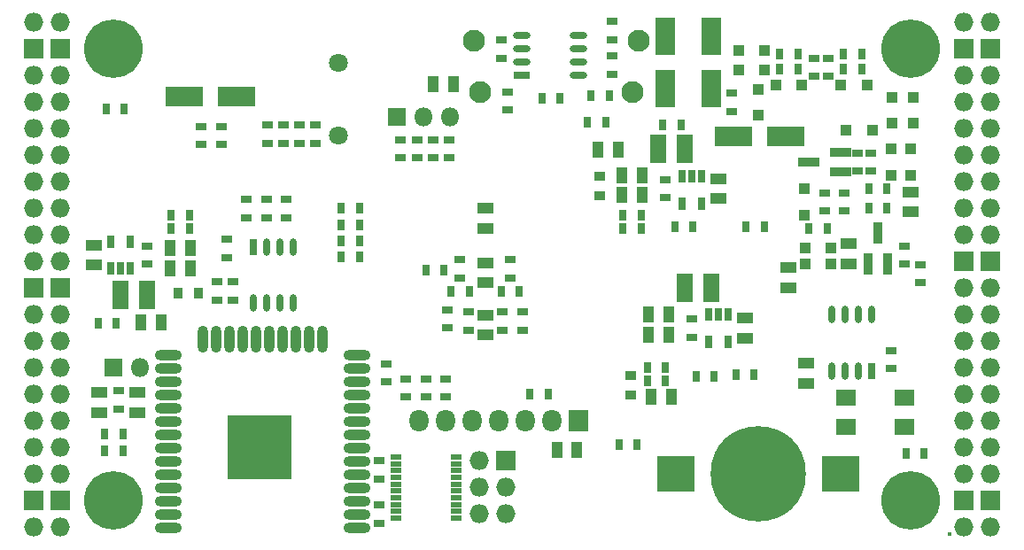
<source format=gbs>
G04 #@! TF.GenerationSoftware,KiCad,Pcbnew,5.0.0-rc2-dev-unknown+dfsg1+20180318-2*
G04 #@! TF.CreationDate,2018-05-20T22:20:08+02:00*
G04 #@! TF.ProjectId,ulx3s,756C7833732E6B696361645F70636200,rev?*
G04 #@! TF.SameCoordinates,Original*
G04 #@! TF.FileFunction,Soldermask,Bot*
G04 #@! TF.FilePolarity,Negative*
%FSLAX46Y46*%
G04 Gerber Fmt 4.6, Leading zero omitted, Abs format (unit mm)*
G04 Created by KiCad (PCBNEW 5.0.0-rc2-dev-unknown+dfsg1+20180318-2) date Sun May 20 22:20:08 2018*
%MOMM*%
%LPD*%
G01*
G04 APERTURE LIST*
%ADD10R,1.600000X2.800000*%
%ADD11O,1.827200X1.827200*%
%ADD12R,1.827200X1.827200*%
%ADD13R,0.800000X1.300000*%
%ADD14C,5.600000*%
%ADD15R,1.100000X0.500000*%
%ADD16R,1.827200X2.132000*%
%ADD17O,1.827200X2.132000*%
%ADD18R,3.600000X3.400000*%
%ADD19C,9.100000*%
%ADD20C,1.800000*%
%ADD21R,0.700000X1.650000*%
%ADD22O,0.700000X1.650000*%
%ADD23O,2.600000X1.000000*%
%ADD24O,1.000000X2.600000*%
%ADD25R,6.100000X6.100000*%
%ADD26R,1.900000X1.500000*%
%ADD27R,1.070000X1.600000*%
%ADD28R,1.600000X1.070000*%
%ADD29R,0.770000X1.100000*%
%ADD30R,1.100000X0.770000*%
%ADD31C,2.100000*%
%ADD32R,1.100000X1.100000*%
%ADD33R,0.900000X2.000000*%
%ADD34R,2.000000X0.900000*%
%ADD35R,3.600000X1.900000*%
%ADD36R,1.900000X3.600000*%
%ADD37C,0.400000*%
%ADD38R,1.100000X0.945000*%
%ADD39R,0.945000X1.100000*%
%ADD40R,1.800000X1.800000*%
%ADD41O,1.800000X1.800000*%
%ADD42R,1.650000X0.700000*%
%ADD43O,1.650000X0.700000*%
G04 APERTURE END LIST*
D10*
X155060000Y-74755000D03*
X157600000Y-74755000D03*
X106165000Y-88725000D03*
X103625000Y-88725000D03*
X157600000Y-88090000D03*
X160140000Y-88090000D03*
D11*
X97910000Y-62690000D03*
X95370000Y-62690000D03*
D12*
X97910000Y-65230000D03*
X95370000Y-65230000D03*
D11*
X97910000Y-67770000D03*
X95370000Y-67770000D03*
X97910000Y-70310000D03*
X95370000Y-70310000D03*
X97910000Y-72850000D03*
X95370000Y-72850000D03*
X97910000Y-75390000D03*
X95370000Y-75390000D03*
X97910000Y-77930000D03*
X95370000Y-77930000D03*
X97910000Y-80470000D03*
X95370000Y-80470000D03*
X97910000Y-83010000D03*
X95370000Y-83010000D03*
X97910000Y-85550000D03*
X95370000Y-85550000D03*
D12*
X97910000Y-88090000D03*
X95370000Y-88090000D03*
D11*
X97910000Y-90630000D03*
X95370000Y-90630000D03*
X97910000Y-93170000D03*
X95370000Y-93170000D03*
X97910000Y-95710000D03*
X95370000Y-95710000D03*
X97910000Y-98250000D03*
X95370000Y-98250000D03*
X97910000Y-100790000D03*
X95370000Y-100790000D03*
X97910000Y-103330000D03*
X95370000Y-103330000D03*
X97910000Y-105870000D03*
X95370000Y-105870000D03*
D12*
X97910000Y-108410000D03*
X95370000Y-108410000D03*
D11*
X97910000Y-110950000D03*
X95370000Y-110950000D03*
D13*
X159825000Y-90600000D03*
X160775000Y-90600000D03*
X161725000Y-90600000D03*
X161725000Y-93200000D03*
X159825000Y-93200000D03*
X104575000Y-86215000D03*
X103625000Y-86215000D03*
X102675000Y-86215000D03*
X102675000Y-83615000D03*
X104575000Y-83615000D03*
X157285000Y-77392000D03*
X158235000Y-77392000D03*
X159185000Y-77392000D03*
X159185000Y-79992000D03*
X157285000Y-79992000D03*
D11*
X184270000Y-110950000D03*
X186810000Y-110950000D03*
D12*
X184270000Y-108410000D03*
X186810000Y-108410000D03*
D11*
X184270000Y-105870000D03*
X186810000Y-105870000D03*
X184270000Y-103330000D03*
X186810000Y-103330000D03*
X184270000Y-100790000D03*
X186810000Y-100790000D03*
X184270000Y-98250000D03*
X186810000Y-98250000D03*
X184270000Y-95710000D03*
X186810000Y-95710000D03*
X184270000Y-93170000D03*
X186810000Y-93170000D03*
X184270000Y-90630000D03*
X186810000Y-90630000D03*
X184270000Y-88090000D03*
X186810000Y-88090000D03*
D12*
X184270000Y-85550000D03*
X186810000Y-85550000D03*
D11*
X184270000Y-83010000D03*
X186810000Y-83010000D03*
X184270000Y-80470000D03*
X186810000Y-80470000D03*
X184270000Y-77930000D03*
X186810000Y-77930000D03*
X184270000Y-75390000D03*
X186810000Y-75390000D03*
X184270000Y-72850000D03*
X186810000Y-72850000D03*
X184270000Y-70310000D03*
X186810000Y-70310000D03*
X184270000Y-67770000D03*
X186810000Y-67770000D03*
D12*
X184270000Y-65230000D03*
X186810000Y-65230000D03*
D11*
X184270000Y-62690000D03*
X186810000Y-62690000D03*
D14*
X102990000Y-108410000D03*
X179190000Y-108410000D03*
X179190000Y-65230000D03*
X102990000Y-65230000D03*
D15*
X135735000Y-104215000D03*
X135735000Y-104865000D03*
X135735000Y-105515000D03*
X135735000Y-106165000D03*
X135735000Y-106815000D03*
X135735000Y-107465000D03*
X135735000Y-108115000D03*
X135735000Y-108765000D03*
X135735000Y-109415000D03*
X135735000Y-110065000D03*
X129935000Y-110065000D03*
X129935000Y-109415000D03*
X129935000Y-108765000D03*
X129935000Y-108115000D03*
X129935000Y-107465000D03*
X129935000Y-106815000D03*
X129935000Y-106165000D03*
X129935000Y-105515000D03*
X129935000Y-104865000D03*
X129935000Y-104215000D03*
D12*
X140455000Y-104600000D03*
D11*
X137915000Y-104600000D03*
X140455000Y-107140000D03*
X137915000Y-107140000D03*
X140455000Y-109680000D03*
X137915000Y-109680000D03*
D16*
X147440000Y-100790000D03*
D17*
X144900000Y-100790000D03*
X142360000Y-100790000D03*
X139820000Y-100790000D03*
X137280000Y-100790000D03*
X134740000Y-100790000D03*
X132200000Y-100790000D03*
D18*
X172485000Y-105870000D03*
X156685000Y-105870000D03*
D19*
X164585000Y-105870000D03*
D20*
X124468000Y-66518000D03*
X124468000Y-73518000D03*
D21*
X175395000Y-96015000D03*
D22*
X174125000Y-96015000D03*
X172855000Y-96015000D03*
X171585000Y-96015000D03*
X171585000Y-90615000D03*
X172855000Y-90615000D03*
X174125000Y-90615000D03*
X175395000Y-90615000D03*
D21*
X116325000Y-84120000D03*
D22*
X117595000Y-84120000D03*
X118865000Y-84120000D03*
X120135000Y-84120000D03*
X120135000Y-89520000D03*
X118865000Y-89520000D03*
X117595000Y-89520000D03*
X116325000Y-89520000D03*
D23*
X126230000Y-111000000D03*
X126230000Y-109730000D03*
X126230000Y-108460000D03*
X126230000Y-107190000D03*
X126230000Y-105920000D03*
X126230000Y-104650000D03*
X126230000Y-103380000D03*
X126230000Y-102110000D03*
X126230000Y-100840000D03*
X126230000Y-99570000D03*
X126230000Y-98300000D03*
X126230000Y-97030000D03*
X126230000Y-95760000D03*
X126230000Y-94490000D03*
D24*
X122945000Y-93000000D03*
X121675000Y-93000000D03*
X120405000Y-93000000D03*
X119135000Y-93000000D03*
X117865000Y-93000000D03*
X116595000Y-93000000D03*
X115325000Y-93000000D03*
X114055000Y-93000000D03*
X112785000Y-93000000D03*
X111515000Y-93000000D03*
D23*
X108230000Y-94490000D03*
X108230000Y-95760000D03*
X108230000Y-97030000D03*
X108230000Y-98300000D03*
X108230000Y-99570000D03*
X108230000Y-100840000D03*
X108230000Y-102110000D03*
X108230000Y-103380000D03*
X108230000Y-104650000D03*
X108230000Y-105920000D03*
X108230000Y-107190000D03*
X108230000Y-108460000D03*
X108230000Y-109730000D03*
X108230000Y-111000000D03*
D25*
X116930000Y-103300000D03*
D26*
X178576000Y-98522000D03*
X172976000Y-98522000D03*
X172976000Y-101322000D03*
X178576000Y-101322000D03*
D27*
X133546000Y-68550000D03*
X135456000Y-68550000D03*
D28*
X101085000Y-83960000D03*
X101085000Y-85870000D03*
D29*
X153985000Y-96910000D03*
X155735000Y-96910000D03*
D27*
X156015000Y-90630000D03*
X154105000Y-90630000D03*
X154105000Y-92535000D03*
X156015000Y-92535000D03*
D28*
X163315000Y-90945000D03*
X163315000Y-92855000D03*
D29*
X151645000Y-82375000D03*
X153395000Y-82375000D03*
D27*
X153475000Y-79200000D03*
X151565000Y-79200000D03*
X153475000Y-77295000D03*
X151565000Y-77295000D03*
D28*
X160775000Y-79520000D03*
X160775000Y-77610000D03*
D29*
X108465000Y-81105000D03*
X110215000Y-81105000D03*
D27*
X108385000Y-84280000D03*
X110295000Y-84280000D03*
X110295000Y-86185000D03*
X108385000Y-86185000D03*
D28*
X173221000Y-83833000D03*
X173221000Y-85743000D03*
D30*
X175380000Y-76900000D03*
X175380000Y-75150000D03*
D28*
X105276000Y-99967000D03*
X105276000Y-98057000D03*
X167506000Y-88029000D03*
X167506000Y-86119000D03*
X138500000Y-90665000D03*
X138500000Y-92575000D03*
D30*
X150589600Y-64359000D03*
X150589600Y-62609000D03*
D28*
X138500000Y-82375000D03*
X138500000Y-80465000D03*
X138500000Y-87575000D03*
X138500000Y-85665000D03*
X101593000Y-99967000D03*
X101593000Y-98057000D03*
D27*
X154359000Y-98504000D03*
X156269000Y-98504000D03*
X105591000Y-91392000D03*
X107501000Y-91392000D03*
X151189000Y-74882000D03*
X149279000Y-74882000D03*
D30*
X140900000Y-87095000D03*
X140900000Y-85345000D03*
X136100000Y-87095000D03*
X136100000Y-85345000D03*
X136900000Y-92095000D03*
X136900000Y-90345000D03*
X140100000Y-90345000D03*
X140100000Y-92095000D03*
X142100000Y-92095000D03*
X142100000Y-90345000D03*
X134900000Y-90145000D03*
X134900000Y-91895000D03*
D29*
X135225000Y-88420000D03*
X136975000Y-88420000D03*
X140025000Y-88420000D03*
X141775000Y-88420000D03*
X163425000Y-82220000D03*
X165175000Y-82220000D03*
X158375000Y-82220000D03*
X156625000Y-82220000D03*
D30*
X177300000Y-94025000D03*
X177300000Y-95775000D03*
D27*
X145342000Y-103584000D03*
X147252000Y-103584000D03*
D29*
X103995000Y-70963000D03*
X102245000Y-70963000D03*
X103245000Y-91410000D03*
X101495000Y-91410000D03*
D30*
X180094000Y-87586000D03*
X180094000Y-85836000D03*
D29*
X180473000Y-103856000D03*
X178723000Y-103856000D03*
X158645000Y-96490000D03*
X160395000Y-96490000D03*
X132827200Y-86330000D03*
X134577200Y-86330000D03*
D28*
X169172000Y-95281000D03*
X169172000Y-97191000D03*
X179190000Y-80790000D03*
X179190000Y-78880000D03*
D31*
X152546000Y-69312000D03*
X138046000Y-69312000D03*
X153146000Y-64412000D03*
X137446000Y-64412000D03*
D32*
X169050000Y-84280000D03*
X171550000Y-84280000D03*
X169030000Y-78585000D03*
X169030000Y-81085000D03*
X171550000Y-85804000D03*
X169050000Y-85804000D03*
X179190000Y-74775000D03*
X179190000Y-77275000D03*
X177285000Y-77275000D03*
X177285000Y-74775000D03*
X172987000Y-72977000D03*
X175487000Y-72977000D03*
X164585000Y-69060000D03*
X164585000Y-71560000D03*
X168756000Y-68659000D03*
X166256000Y-68659000D03*
X174979000Y-68659000D03*
X172479000Y-68659000D03*
X165200000Y-67262000D03*
X162700000Y-67262000D03*
X162700000Y-65357000D03*
X165200000Y-65357000D03*
X177412000Y-72322000D03*
X177412000Y-69822000D03*
X179444000Y-69822000D03*
X179444000Y-72322000D03*
D33*
X176015000Y-82780000D03*
X175065000Y-85780000D03*
X176965000Y-85780000D03*
D34*
X172435000Y-75075000D03*
X172435000Y-76975000D03*
X169435000Y-76025000D03*
D35*
X114761000Y-69802000D03*
X109761000Y-69802000D03*
X167212000Y-73612000D03*
X162212000Y-73612000D03*
D36*
X155695000Y-69000000D03*
X155695000Y-64000000D03*
X160140000Y-69000000D03*
X160140000Y-64000000D03*
D37*
X182888000Y-111603000D03*
D30*
X113277000Y-74360000D03*
X113277000Y-72610000D03*
X111372000Y-72610000D03*
X111372000Y-74360000D03*
D29*
X155455000Y-72487000D03*
X157205000Y-72487000D03*
D30*
X171316000Y-66090000D03*
X171316000Y-67840000D03*
X169919000Y-67840000D03*
X169919000Y-66090000D03*
D29*
X174477000Y-65738000D03*
X172727000Y-65738000D03*
D30*
X128390000Y-106321000D03*
X128390000Y-104571000D03*
X117722000Y-72483000D03*
X117722000Y-74233000D03*
X119246000Y-74233000D03*
X119246000Y-72483000D03*
X120770000Y-72483000D03*
X120770000Y-74233000D03*
X122294000Y-74233000D03*
X122294000Y-72483000D03*
D29*
X145655000Y-69900000D03*
X143905000Y-69900000D03*
D38*
X152393000Y-96398500D03*
X152393000Y-98323500D03*
D39*
X111064500Y-88598000D03*
X109139500Y-88598000D03*
D38*
X149472000Y-77348500D03*
X149472000Y-79273500D03*
D40*
X102990000Y-95710000D03*
D41*
X105530000Y-95710000D03*
D40*
X130056000Y-71725000D03*
D41*
X132596000Y-71725000D03*
X135136000Y-71725000D03*
D29*
X166631000Y-65738000D03*
X168381000Y-65738000D03*
X124721000Y-85060000D03*
X126471000Y-85060000D03*
X126471000Y-83536000D03*
X124721000Y-83536000D03*
X126471000Y-82012000D03*
X124721000Y-82012000D03*
X124721000Y-80470000D03*
X126471000Y-80470000D03*
D30*
X130422000Y-73898000D03*
X130422000Y-75648000D03*
X131961000Y-75648000D03*
X131961000Y-73898000D03*
X133485000Y-73898000D03*
X133485000Y-75648000D03*
X135009000Y-75648000D03*
X135009000Y-73898000D03*
X113785000Y-83405000D03*
X113785000Y-85155000D03*
D29*
X151264000Y-103076000D03*
X153014000Y-103076000D03*
X164190000Y-96345000D03*
X162440000Y-96345000D03*
D30*
X178555000Y-85790000D03*
X178555000Y-84040000D03*
X112896000Y-89219000D03*
X112896000Y-87469000D03*
X170935000Y-80710000D03*
X170935000Y-78960000D03*
D29*
X103865000Y-102060000D03*
X102115000Y-102060000D03*
D30*
X114420000Y-89219000D03*
X114420000Y-87469000D03*
D29*
X171175000Y-82375000D03*
X169425000Y-82375000D03*
D30*
X172840000Y-80710000D03*
X172840000Y-78960000D03*
X162045000Y-69435000D03*
X162045000Y-71185000D03*
D29*
X175140000Y-80470000D03*
X176890000Y-80470000D03*
D30*
X174110000Y-75150000D03*
X174110000Y-76900000D03*
X128390000Y-110555000D03*
X128390000Y-108805000D03*
X119500000Y-79595000D03*
X119500000Y-81345000D03*
D29*
X176890000Y-78565000D03*
X175140000Y-78565000D03*
D30*
X140025500Y-66105000D03*
X140025500Y-64355000D03*
X140597000Y-71076000D03*
X140597000Y-69326000D03*
X150615000Y-65897000D03*
X150615000Y-67647000D03*
D29*
X150050000Y-72215000D03*
X148300000Y-72215000D03*
X150362000Y-69693000D03*
X148612000Y-69693000D03*
D30*
X129025000Y-95300000D03*
X129025000Y-97050000D03*
X117595000Y-79595000D03*
X117595000Y-81345000D03*
X115690000Y-81345000D03*
X115690000Y-79595000D03*
D29*
X142755000Y-98250000D03*
X144505000Y-98250000D03*
D30*
X132835000Y-98490000D03*
X132835000Y-96740000D03*
X130930000Y-96740000D03*
X130930000Y-98490000D03*
D29*
X103865000Y-103600000D03*
X102115000Y-103600000D03*
D30*
X103498000Y-99633000D03*
X103498000Y-97883000D03*
X134740000Y-96740000D03*
X134740000Y-98490000D03*
D29*
X166631000Y-67135000D03*
X168381000Y-67135000D03*
X172725000Y-67120000D03*
X174475000Y-67120000D03*
X155735000Y-95640000D03*
X153985000Y-95640000D03*
X108465000Y-82375000D03*
X110215000Y-82375000D03*
X153395000Y-81105000D03*
X151645000Y-81105000D03*
D30*
X158235000Y-91025000D03*
X158235000Y-92775000D03*
X106165000Y-85790000D03*
X106165000Y-84040000D03*
X155695000Y-77690000D03*
X155695000Y-79440000D03*
D42*
X141980000Y-67706500D03*
D43*
X141980000Y-66436500D03*
X141980000Y-65166500D03*
X141980000Y-63896500D03*
X147380000Y-63896500D03*
X147380000Y-65166500D03*
X147380000Y-66436500D03*
X147380000Y-67706500D03*
M02*

</source>
